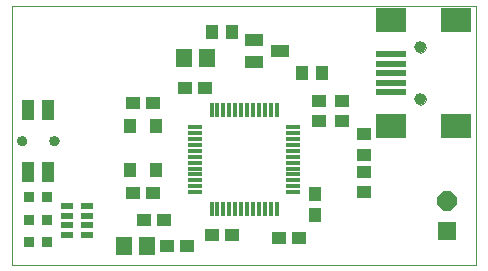
<source format=gts>
G75*
%MOIN*%
%OFA0B0*%
%FSLAX24Y24*%
%IPPOS*%
%LPD*%
%AMOC8*
5,1,8,0,0,1.08239X$1,22.5*
%
%ADD10C,0.0000*%
%ADD11R,0.0473X0.0434*%
%ADD12R,0.1024X0.0237*%
%ADD13R,0.1024X0.0827*%
%ADD14C,0.0394*%
%ADD15R,0.0434X0.0473*%
%ADD16R,0.0552X0.0631*%
%ADD17R,0.0450X0.0150*%
%ADD18R,0.0150X0.0450*%
%ADD19R,0.0394X0.0512*%
%ADD20R,0.0640X0.0640*%
%ADD21OC8,0.0640*%
%ADD22R,0.0355X0.0355*%
%ADD23R,0.0591X0.0434*%
%ADD24R,0.0434X0.0650*%
%ADD25C,0.0335*%
%ADD26R,0.0440X0.0240*%
D10*
X005150Y004018D02*
X005150Y012639D01*
X020645Y012639D01*
X020645Y004018D01*
X005150Y004018D01*
X005336Y008143D02*
X005338Y008167D01*
X005344Y008190D01*
X005353Y008212D01*
X005366Y008232D01*
X005381Y008250D01*
X005400Y008265D01*
X005421Y008277D01*
X005443Y008285D01*
X005466Y008290D01*
X005490Y008291D01*
X005514Y008288D01*
X005536Y008281D01*
X005558Y008271D01*
X005578Y008258D01*
X005595Y008241D01*
X005609Y008222D01*
X005620Y008201D01*
X005628Y008178D01*
X005632Y008155D01*
X005632Y008131D01*
X005628Y008108D01*
X005620Y008085D01*
X005609Y008064D01*
X005595Y008045D01*
X005578Y008028D01*
X005558Y008015D01*
X005536Y008005D01*
X005514Y007998D01*
X005490Y007995D01*
X005466Y007996D01*
X005443Y008001D01*
X005421Y008009D01*
X005400Y008021D01*
X005381Y008036D01*
X005366Y008054D01*
X005353Y008074D01*
X005344Y008096D01*
X005338Y008119D01*
X005336Y008143D01*
X006418Y008143D02*
X006420Y008167D01*
X006426Y008190D01*
X006435Y008212D01*
X006448Y008232D01*
X006463Y008250D01*
X006482Y008265D01*
X006503Y008277D01*
X006525Y008285D01*
X006548Y008290D01*
X006572Y008291D01*
X006596Y008288D01*
X006618Y008281D01*
X006640Y008271D01*
X006660Y008258D01*
X006677Y008241D01*
X006691Y008222D01*
X006702Y008201D01*
X006710Y008178D01*
X006714Y008155D01*
X006714Y008131D01*
X006710Y008108D01*
X006702Y008085D01*
X006691Y008064D01*
X006677Y008045D01*
X006660Y008028D01*
X006640Y008015D01*
X006618Y008005D01*
X006596Y007998D01*
X006572Y007995D01*
X006548Y007996D01*
X006525Y008001D01*
X006503Y008009D01*
X006482Y008021D01*
X006463Y008036D01*
X006448Y008054D01*
X006435Y008074D01*
X006426Y008096D01*
X006420Y008119D01*
X006418Y008143D01*
X018598Y009527D02*
X018600Y009553D01*
X018606Y009579D01*
X018616Y009604D01*
X018629Y009627D01*
X018645Y009647D01*
X018665Y009665D01*
X018687Y009680D01*
X018710Y009692D01*
X018736Y009700D01*
X018762Y009704D01*
X018788Y009704D01*
X018814Y009700D01*
X018840Y009692D01*
X018864Y009680D01*
X018885Y009665D01*
X018905Y009647D01*
X018921Y009627D01*
X018934Y009604D01*
X018944Y009579D01*
X018950Y009553D01*
X018952Y009527D01*
X018950Y009501D01*
X018944Y009475D01*
X018934Y009450D01*
X018921Y009427D01*
X018905Y009407D01*
X018885Y009389D01*
X018863Y009374D01*
X018840Y009362D01*
X018814Y009354D01*
X018788Y009350D01*
X018762Y009350D01*
X018736Y009354D01*
X018710Y009362D01*
X018686Y009374D01*
X018665Y009389D01*
X018645Y009407D01*
X018629Y009427D01*
X018616Y009450D01*
X018606Y009475D01*
X018600Y009501D01*
X018598Y009527D01*
X018598Y011259D02*
X018600Y011285D01*
X018606Y011311D01*
X018616Y011336D01*
X018629Y011359D01*
X018645Y011379D01*
X018665Y011397D01*
X018687Y011412D01*
X018710Y011424D01*
X018736Y011432D01*
X018762Y011436D01*
X018788Y011436D01*
X018814Y011432D01*
X018840Y011424D01*
X018864Y011412D01*
X018885Y011397D01*
X018905Y011379D01*
X018921Y011359D01*
X018934Y011336D01*
X018944Y011311D01*
X018950Y011285D01*
X018952Y011259D01*
X018950Y011233D01*
X018944Y011207D01*
X018934Y011182D01*
X018921Y011159D01*
X018905Y011139D01*
X018885Y011121D01*
X018863Y011106D01*
X018840Y011094D01*
X018814Y011086D01*
X018788Y011082D01*
X018762Y011082D01*
X018736Y011086D01*
X018710Y011094D01*
X018686Y011106D01*
X018665Y011121D01*
X018645Y011139D01*
X018629Y011159D01*
X018616Y011182D01*
X018606Y011207D01*
X018600Y011233D01*
X018598Y011259D01*
D11*
X016150Y009478D03*
X015400Y009478D03*
X015400Y008809D03*
X016150Y008809D03*
X016900Y008353D03*
X016900Y007684D03*
X016900Y007103D03*
X016900Y006434D03*
X014735Y004893D03*
X014065Y004893D03*
X012485Y005018D03*
X011815Y005018D03*
X010985Y004643D03*
X010315Y004643D03*
X010235Y005518D03*
X009565Y005518D03*
X009860Y006393D03*
X009190Y006393D03*
X009190Y009393D03*
X009860Y009393D03*
X010940Y009893D03*
X011610Y009893D03*
D12*
X017791Y009763D03*
X017791Y010078D03*
X017791Y010393D03*
X017791Y010708D03*
X017791Y011023D03*
D13*
X017791Y012165D03*
X019956Y012165D03*
X019956Y008622D03*
X017791Y008622D03*
D14*
X018775Y009527D03*
X018775Y011259D03*
D15*
X015485Y010393D03*
X014815Y010393D03*
X012485Y011768D03*
X011815Y011768D03*
X015275Y006353D03*
X015275Y005684D03*
D16*
X009649Y004643D03*
X008901Y004643D03*
X010901Y010893D03*
X011649Y010893D03*
D17*
X011260Y008598D03*
X011260Y008408D03*
X011260Y008208D03*
X011260Y008008D03*
X011260Y007818D03*
X011260Y007618D03*
X011260Y007418D03*
X011260Y007218D03*
X011260Y007028D03*
X011260Y006828D03*
X011260Y006628D03*
X011260Y006438D03*
X014540Y006438D03*
X014540Y006628D03*
X014540Y006828D03*
X014540Y007028D03*
X014540Y007218D03*
X014540Y007418D03*
X014540Y007618D03*
X014540Y007818D03*
X014540Y008008D03*
X014540Y008208D03*
X014540Y008408D03*
X014540Y008598D03*
D18*
X013980Y009158D03*
X013790Y009158D03*
X013590Y009158D03*
X013390Y009158D03*
X013200Y009158D03*
X013000Y009158D03*
X012800Y009158D03*
X012600Y009158D03*
X012410Y009158D03*
X012210Y009158D03*
X012010Y009158D03*
X011820Y009158D03*
X011820Y005878D03*
X012010Y005878D03*
X012210Y005878D03*
X012410Y005878D03*
X012600Y005878D03*
X012800Y005878D03*
X013000Y005878D03*
X013200Y005878D03*
X013390Y005878D03*
X013590Y005878D03*
X013790Y005878D03*
X013980Y005878D03*
D19*
X009958Y007165D03*
X009092Y007165D03*
X009092Y008622D03*
X009958Y008622D03*
D20*
X019650Y005143D03*
D21*
X019650Y006143D03*
D22*
X006320Y006268D03*
X005730Y006268D03*
X005730Y005518D03*
X006320Y005518D03*
X006320Y004768D03*
X005730Y004768D03*
D23*
X013217Y010769D03*
X014083Y011143D03*
X013217Y011517D03*
D24*
X006360Y009177D03*
X005690Y009177D03*
X005690Y007110D03*
X006360Y007110D03*
D25*
X006566Y008143D03*
X005484Y008143D03*
D26*
X007000Y005963D03*
X007000Y005648D03*
X007000Y005333D03*
X007000Y005018D03*
X007650Y005018D03*
X007650Y005333D03*
X007650Y005648D03*
X007650Y005963D03*
M02*

</source>
